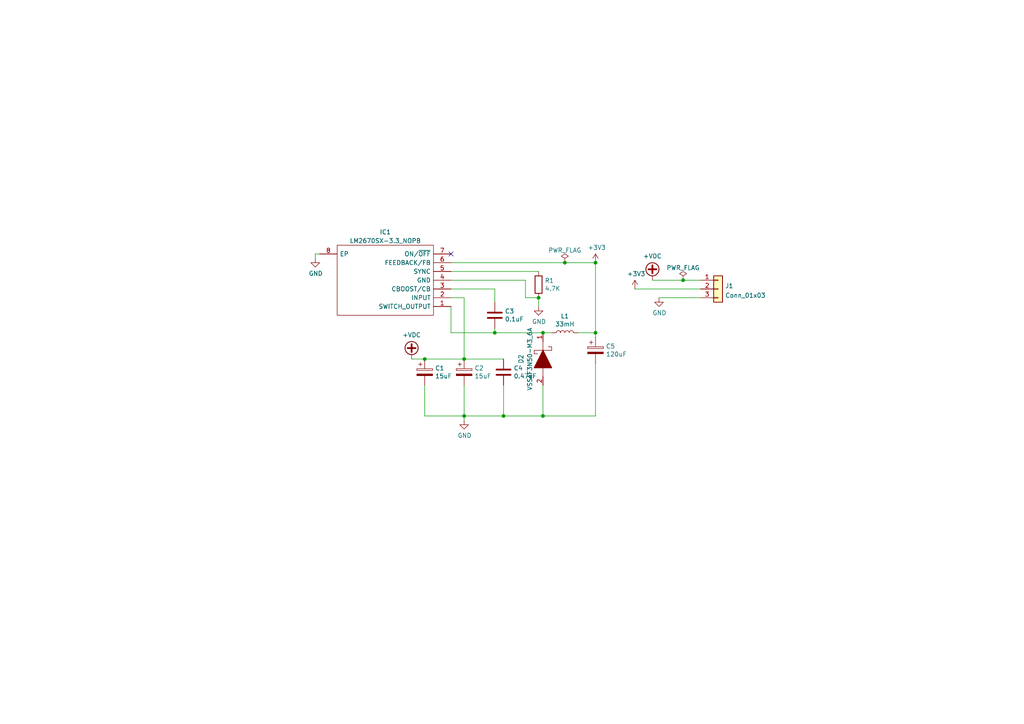
<source format=kicad_sch>
(kicad_sch (version 20230121) (generator eeschema)
  (paper "A4")
  (lib_symbols
    (symbol "Connector_Generic:Conn_01x03" (pin_names (offset 1.016) hide)
      (property "Reference" "J" (at 0 5.08 0))
      (property "Value" "Conn_01x03" (at 0 -5.08 0))
      (symbol "Conn_01x03_1_1"
        (rectangle (start -1.27 -2.413) (end 0 -2.667) (stroke (width 0.1524)))
        (rectangle (start -1.27 0.127) (end 0 -0.127) (stroke (width 0.1524)))
        (rectangle (start -1.27 2.667) (end 0 2.413) (stroke (width 0.1524)))
        (rectangle (start -1.27 3.81) (end 1.27 -3.81) (stroke (width 0.254)) (fill (type background)))
        (pin passive line (at -5.08 2.54 0) (length 3.81) (name "Pin_1") (number "1"))
        (pin passive line (at -5.08 0 0) (length 3.81) (name "Pin_2") (number "2"))
        (pin passive line (at -5.08 -2.54 0) (length 3.81) (name "Pin_3") (number "3"))
      )
    )
    (symbol "Device:C" (pin_numbers hide) (pin_names (offset 0.254))
      (property "Reference" "C" (at 0.635 2.54 0))
      (property "Value" "C" (at 0.635 -2.54 0))
      (symbol "C_0_1"
        (polyline (pts (xy -2.032 -0.762) (xy 2.032 -0.762)) (stroke (width 0.508)))
        (polyline (pts (xy -2.032 0.762) (xy 2.032 0.762)) (stroke (width 0.508)))
      )
      (symbol "C_1_1"
        (pin passive line (at 0 3.81 270) (length 2.794) (name "~") (number "1"))
        (pin passive line (at 0 -3.81 90) (length 2.794) (name "~") (number "2"))
      )
    )
    (symbol "Device:CP" (pin_numbers hide) (pin_names (offset 0.254))
      (property "Reference" "C" (at 0.635 2.54 0))
      (property "Value" "Device_CP" (at 0.635 -2.54 0))
      (symbol "CP_0_1"
        (rectangle (start -2.286 0.508) (end 2.286 1.016))
        (polyline (pts (xy -1.778 2.286) (xy -0.762 2.286)))
        (polyline (pts (xy -1.27 2.794) (xy -1.27 1.778)))
        (rectangle (start 2.286 -0.508) (end -2.286 -1.016) (fill (type outline)))
      )
      (symbol "CP_1_1"
        (pin passive line (at 0 3.81 270) (length 2.794) (name "~") (number "1"))
        (pin passive line (at 0 -3.81 90) (length 2.794) (name "~") (number "2"))
      )
    )
    (symbol "Device:L" (pin_numbers hide) (pin_names (offset 1.016) hide)
      (property "Reference" "L" (at -1.27 0 90))
      (property "Value" "L" (at 1.905 0 90))
      (symbol "L_0_1"
        (arc (start 0 -2.54) (mid 0.6323 -1.905) (end 0 -1.27))
        (arc (start 0 -1.27) (mid 0.6323 -0.635) (end 0 0))
        (arc (start 0 0) (mid 0.6323 0.635) (end 0 1.27))
        (arc (start 0 1.27) (mid 0.6323 1.905) (end 0 2.54))
      )
      (symbol "L_1_1"
        (pin passive line (at 0 3.81 270) (length 1.27) (name "1") (number "1"))
        (pin passive line (at 0 -3.81 90) (length 1.27) (name "2") (number "2"))
      )
    )
    (symbol "Device:R" (pin_numbers hide) (pin_names (offset 0))
      (property "Reference" "R" (at 2.032 0 90))
      (property "Value" "R" (at 0 0 90))
      (symbol "R_0_1"
        (rectangle (start -1.016 -2.54) (end 1.016 2.54) (stroke (width 0.254)))
      )
      (symbol "R_1_1"
        (pin passive line (at 0 3.81 270) (length 1.27) (name "~") (number "1"))
        (pin passive line (at 0 -3.81 90) (length 1.27) (name "~") (number "2"))
      )
    )
    (symbol "SamacSys_Parts:LM2670SX-3.3_NOPB" (pin_names (offset 0.762))
      (property "Reference" "IC" (at 34.29 7.62 0))
      (property "Value" "LM2670SX-3.3_NOPB" (at 34.29 5.08 0))
      (symbol "LM2670SX-3.3_NOPB_0_0"
        (pin passive line (at 38.1 -15.24 180) (length 5.08) (name "SWITCH_OUTPUT") (number "1"))
        (pin passive line (at 38.1 -12.7 180) (length 5.08) (name "INPUT") (number "2"))
        (pin passive line (at 38.1 -10.16 180) (length 5.08) (name "CBOOST/CB") (number "3"))
        (pin passive line (at 38.1 -7.62 180) (length 5.08) (name "GND") (number "4"))
        (pin passive line (at 38.1 -5.08 180) (length 5.08) (name "SYNC") (number "5"))
        (pin passive line (at 38.1 -2.54 180) (length 5.08) (name "FEEDBACK/FB") (number "6"))
        (pin passive line (at 38.1 0 180) (length 5.08) (name "ON/~{OFF}") (number "7"))
        (pin passive line (at 0 0 0) (length 5.08) (name "EP") (number "8"))
      )
      (symbol "LM2670SX-3.3_NOPB_0_1"
        (polyline (pts (xy 5.08 2.54) (xy 33.02 2.54) (xy 33.02 -17.78) (xy 5.08 -17.78) (xy 5.08 2.54)) (stroke (width 0.1524)))
      )
    )
    (symbol "SamacSys_Parts:VSSAF3N50-M3_6A" (pin_names (offset 0.762))
      (property "Reference" "D" (at 12.7 8.89 0))
      (property "Value" "VSSAF3N50-M3_6A" (at 12.7 6.35 0))
      (symbol "VSSAF3N50-M3_6A_0_0"
        (pin passive line (at 2.54 0 0) (length 2.54) (name "~") (number "1"))
        (pin passive line (at 17.78 0 180) (length 2.54) (name "~") (number "2"))
      )
      (symbol "VSSAF3N50-M3_6A_0_1"
        (polyline (pts (xy 5.08 0) (xy 7.62 0)) (stroke (width 0.1524)))
        (polyline (pts (xy 7.62 2.54) (xy 7.62 -2.54)) (stroke (width 0.1524)))
        (polyline (pts (xy 12.7 0) (xy 15.24 0)) (stroke (width 0.1524)))
        (polyline (pts (xy 7.62 -2.54) (xy 6.604 -2.54) (xy 6.604 -1.524)) (stroke (width 0.1524)))
        (polyline (pts (xy 7.62 2.54) (xy 8.636 2.54) (xy 8.636 1.524)) (stroke (width 0.1524)))
        (polyline (pts (xy 7.62 0) (xy 12.7 2.54) (xy 12.7 -2.54) (xy 7.62 0)) (stroke (width 0.254)) (fill (type outline)))
      )
    )
    (symbol "power:+3.3V" (power) (pin_names (offset 0))
      (property "Value" "+3.3V" (at 0 3.556 0))
      (symbol "+3.3V_0_1"
        (polyline (pts (xy -0.762 1.27) (xy 0 2.54)))
        (polyline (pts (xy 0 0) (xy 0 2.54)))
        (polyline (pts (xy 0 2.54) (xy 0.762 1.27)))
      )
      (symbol "+3.3V_1_1"
        (pin power_in line (at 0 0 90) (length 0) hide (name "+3V3") (number "1"))
      )
    )
    (symbol "power:+VDC" (power) (pin_names (offset 0))
      (property "Value" "+VDC" (at 0 6.35 0))
      (symbol "+VDC_0_1"
        (polyline (pts (xy -1.143 3.175) (xy 1.143 3.175)) (stroke (width 0.508)))
        (polyline (pts (xy 0 0) (xy 0 1.27)))
        (polyline (pts (xy 0 2.032) (xy 0 4.318)) (stroke (width 0.508)))
        (circle (center 0 3.175) (radius 1.905) (stroke (width 0.254)))
      )
      (symbol "+VDC_1_1"
        (pin power_in line (at 0 0 90) (length 0) hide (name "+VDC") (number "1"))
      )
    )
    (symbol "power:GND" (power) (pin_names (offset 0))
      (property "Value" "GND" (at 0 -3.81 0))
      (symbol "GND_0_1"
        (polyline (pts (xy 0 0) (xy 0 -1.27) (xy 1.27 -1.27) (xy 0 -2.54) (xy -1.27 -1.27) (xy 0 -1.27)))
      )
      (symbol "GND_1_1"
        (pin power_in line (at 0 0 270) (length 0) hide (name "GND") (number "1"))
      )
    )
    (symbol "power:PWR_FLAG" (power) (pin_numbers hide) (pin_names (offset 0) hide)
      (property "Value" "PWR_FLAG" (at 0 3.81 0))
      (symbol "PWR_FLAG_0_0"
        (pin power_out line (at 0 0 90) (length 0) (name "pwr") (number "1"))
      )
      (symbol "PWR_FLAG_0_1"
        (polyline (pts (xy 0 0) (xy 0 1.27) (xy -1.016 1.905) (xy 0 2.54) (xy 1.016 1.905) (xy 0 1.27)))
      )
    )
  )
  (junction (at 134.62 120.65))
  (junction (at 123.19 104.14))
  (junction (at 156.21 86.36))
  (junction (at 157.48 96.52))
  (junction (at 143.51 96.52))
  (junction (at 157.48 120.65))
  (junction (at 146.05 120.65))
  (junction (at 172.72 96.52))
  (junction (at 172.72 76.2))
  (junction (at 198.12 81.28))
  (junction (at 134.62 104.14))
  (junction (at 163.83 76.2))
  (no_connect (at 130.81 73.66))
  (wire (pts (xy 157.48 120.65) (xy 172.72 120.65)))
  (wire (pts (xy 156.21 88.9) (xy 156.21 86.36)))
  (wire (pts (xy 130.81 96.52) (xy 143.51 96.52)))
  (wire (pts (xy 134.62 104.14) (xy 146.05 104.14)))
  (wire (pts (xy 184.15 83.82) (xy 203.2 83.82)))
  (wire (pts (xy 163.83 76.2) (xy 172.72 76.2)))
  (wire (pts (xy 172.72 76.2) (xy 172.72 96.52)))
  (wire (pts (xy 134.62 86.36) (xy 134.62 104.14)))
  (wire (pts (xy 191.135 86.36) (xy 203.2 86.36)))
  (wire (pts (xy 198.12 81.28) (xy 203.2 81.28)))
  (wire (pts (xy 91.44 74.93) (xy 91.44 73.66)))
  (wire (pts (xy 172.72 120.65) (xy 172.72 105.41)))
  (wire (pts (xy 130.81 78.74) (xy 156.21 78.74)))
  (wire (pts (xy 157.48 120.65) (xy 157.48 111.76)))
  (wire (pts (xy 134.62 120.65) (xy 134.62 121.92)))
  (wire (pts (xy 134.62 120.65) (xy 134.62 111.76)))
  (wire (pts (xy 143.51 96.52) (xy 143.51 95.25)))
  (wire (pts (xy 157.48 96.52) (xy 160.02 96.52)))
  (wire (pts (xy 91.44 73.66) (xy 92.71 73.66)))
  (wire (pts (xy 143.51 83.82) (xy 130.81 83.82)))
  (wire (pts (xy 130.81 81.28) (xy 152.4 81.28)))
  (wire (pts (xy 130.81 76.2) (xy 163.83 76.2)))
  (wire (pts (xy 119.38 104.14) (xy 123.19 104.14)))
  (wire (pts (xy 146.05 120.65) (xy 146.05 111.76)))
  (wire (pts (xy 130.81 86.36) (xy 134.62 86.36)))
  (wire (pts (xy 172.72 96.52) (xy 167.64 96.52)))
  (wire (pts (xy 152.4 86.36) (xy 156.21 86.36)))
  (wire (pts (xy 189.23 81.28) (xy 198.12 81.28)))
  (wire (pts (xy 134.62 120.65) (xy 146.05 120.65)))
  (wire (pts (xy 123.19 111.76) (xy 123.19 120.65)))
  (wire (pts (xy 143.51 87.63) (xy 143.51 83.82)))
  (wire (pts (xy 152.4 81.28) (xy 152.4 86.36)))
  (wire (pts (xy 146.05 120.65) (xy 157.48 120.65)))
  (wire (pts (xy 123.19 104.14) (xy 134.62 104.14)))
  (wire (pts (xy 123.19 120.65) (xy 134.62 120.65)))
  (wire (pts (xy 172.72 97.79) (xy 172.72 96.52)))
  (wire (pts (xy 130.81 88.9) (xy 130.81 96.52)))
  (wire (pts (xy 143.51 96.52) (xy 157.48 96.52)))
  (symbol (lib_id "Device:C") (at 143.51 91.44 0) (unit 1)
    (property "Reference" "C3" (at 146.431 90.2716 0) (effects (justify left)))
    (property "Value" "0.1uF" (at 146.431 92.583 0) (effects (justify left)))
    (property "Footprint" "Capacitor_SMD:C_0603_1608Metric_Pad1.08x0.95mm_HandSolder" (effects hide))
  )
  (symbol (lib_id "power:PWR_FLAG") (at 163.83 76.2 0) (unit 1)
    (property "Reference" "#FLG01" (effects hide))
    (property "Value" "PWR_FLAG" (at 163.83 72.5955 0))
  )
  (symbol (lib_id "power:PWR_FLAG") (at 198.12 81.28 0) (unit 1)
    (property "Reference" "#FLG02" (effects hide))
    (property "Value" "PWR_FLAG" (at 198.12 77.6755 0))
  )
  (symbol (lib_id "SamacSys_Parts:LM2670SX-3.3_NOPB") (at 92.71 73.66 0) (unit 1)
    (property "Reference" "IC1" (at 111.76 67.31 0))
    (property "Value" "LM2670SX-3.3_NOPB" (at 111.76 69.85 0))
    (property "Footprint" "SamacSys_Parts:LM2670SX33NOPB" (effects hide))
    (property "Datasheet" "https://www.ti.com/lit/ds/symlink/lm2670.pdf?HQS=dis-mous-null-mousermode-dsf-pf-null-wwe&ts=1663903765420&ref_url=https%253A%252F%252Fwww.mouser.in%252F" (effects hide))
    (property "Description" "Switching Voltage Regulators SIMPLE SWITCHER High Efficiency 3A Step-Down Voltage Regulator with Sync 7-DDPAK/TO-263 -40 to 125" (effects hide))
    (property "Height" "4.79" (effects hide))
    (property "Mouser Part Number" "926-LM2670SX33NOPB" (effects hide))
    (property "Mouser Price/Stock" "https://www.mouser.co.uk/ProductDetail/Texas-Instruments/LM2670SX-33-NOPB?qs=X1J7HmVL2ZFMthjcXZVTwQ%3D%3D" (effects hide))
    (property "Manufacturer_Name" "Texas Instruments" (effects hide))
    (property "Manufacturer_Part_Number" "LM2670SX-3.3/NOPB" (effects hide))
  )
  (symbol (lib_id "Device:L") (at 163.83 96.52 90) (unit 1)
    (property "Reference" "L1" (at 163.83 91.694 90))
    (property "Value" "33mH" (at 163.83 94.0054 90))
    (property "Footprint" "Inductor_THT:L_Axial_L9.5mm_D4.0mm_P15.24mm_Horizontal_Fastron_SMCC" (effects hide))
  )
  (symbol (lib_id "power:GND") (at 156.21 88.9 0) (unit 1)
    (property "Reference" "#PWR07" (effects hide))
    (property "Value" "GND" (at 156.337 93.2942 0))
  )
  (symbol (lib_id "power:GND") (at 134.62 121.92 0) (unit 1)
    (property "Reference" "#PWR06" (effects hide))
    (property "Value" "GND" (at 134.747 126.3142 0))
  )
  (symbol (lib_id "Device:C") (at 146.05 107.95 0) (unit 1)
    (property "Reference" "C4" (at 148.971 106.7816 0) (effects (justify left)))
    (property "Value" "0.47uF" (at 148.971 109.093 0) (effects (justify left)))
    (property "Footprint" "Capacitor_SMD:C_0603_1608Metric_Pad1.08x0.95mm_HandSolder" (effects hide))
  )
  (symbol (lib_id "Device:CP") (at 172.72 101.6 0) (unit 1)
    (property "Reference" "C5" (at 175.7172 100.4316 0) (effects (justify left)))
    (property "Value" "120uF" (at 175.7172 102.743 0) (effects (justify left)))
    (property "Footprint" "Capacitor_THT:CP_Radial_D8.0mm_P5.00mm" (effects hide))
  )
  (symbol (lib_id "Device:CP") (at 123.19 107.95 0) (unit 1)
    (property "Reference" "C1" (at 126.1872 106.7816 0) (effects (justify left)))
    (property "Value" "15uF" (at 126.1872 109.093 0) (effects (justify left)))
    (property "Footprint" "Capacitor_THT:CP_Radial_D5.0mm_P2.50mm" (effects hide))
  )
  (symbol (lib_id "power:+3.3V") (at 172.72 76.2 0) (unit 1)
    (property "Reference" "#PWR05" (effects hide))
    (property "Value" "+3.3V" (at 173.101 71.8058 0))
  )
  (symbol (lib_id "power:+VDC") (at 189.23 81.28 0) (unit 1)
    (property "Reference" "#PWR02" (effects hide))
    (property "Value" "+VDC" (at 189.23 74.295 0))
  )
  (symbol (lib_id "power:+3.3V") (at 184.15 83.82 0) (unit 1)
    (property "Reference" "#PWR01" (effects hide))
    (property "Value" "+3.3V" (at 184.531 79.4258 0))
  )
  (symbol (lib_id "SamacSys_Parts:VSSAF3N50-M3_6A") (at 157.48 93.98 90) (mirror x) (unit 1)
    (property "Reference" "D2" (at 151.13 104.14 0))
    (property "Value" "VSSAF3N50-M3_6A" (at 153.67 104.14 0))
    (property "Footprint" "SODFL5226X100N" (effects hide))
    (property "Datasheet" "https://www.vishay.com/docs/87720/vssaf3n50.pdf" (effects hide))
    (property "Description" "Schottky Diodes & Rectifiers 3A, 50V,TRENCH SKY RECT." (effects hide))
    (property "Height" "1" (effects hide))
    (property "Mouser Part Number" "78-VSSAF3N50-M36A" (effects hide))
    (property "Mouser Price/Stock" "https://www.mouser.co.uk/ProductDetail/Vishay-General-Semiconductor/VSSAF3N50-M3-6A?qs=pzVvXTvk9PyAGQrseCalzA%3D%3D" (effects hide))
    (property "Manufacturer_Name" "Vishay" (effects hide))
    (property "Manufacturer_Part_Number" "VSSAF3N50-M3/6A" (effects hide))
  )
  (symbol (lib_id "Connector_Generic:Conn_01x03") (at 208.28 83.82 0) (unit 1)
    (property "Reference" "J1" (at 210.312 82.9115 0) (effects (justify left)))
    (property "Value" "Conn_01x03" (at 210.312 85.6866 0) (effects (justify left)))
    (property "Footprint" "Connector_PinHeader_2.54mm:PinHeader_1x03_P2.54mm_Vertical" (effects hide))
  )
  (symbol (lib_id "Device:CP") (at 134.62 107.95 0) (unit 1)
    (property "Reference" "C2" (at 137.6172 106.7816 0) (effects (justify left)))
    (property "Value" "15uF" (at 137.6172 109.093 0) (effects (justify left)))
    (property "Footprint" "Capacitor_THT:CP_Radial_D5.0mm_P2.50mm" (effects hide))
  )
  (symbol (lib_id "power:GND") (at 91.44 74.93 0) (unit 1)
    (property "Reference" "#PWR04" (effects hide))
    (property "Value" "GND" (at 91.567 79.3242 0))
  )
  (symbol (lib_id "power:+VDC") (at 119.38 104.14 0) (unit 1)
    (property "Reference" "#PWR09" (effects hide))
    (property "Value" "+VDC" (at 119.38 97.155 0))
  )
  (symbol (lib_id "power:GND") (at 191.135 86.36 0) (unit 1)
    (property "Reference" "#PWR03" (effects hide))
    (property "Value" "GND" (at 191.262 90.7542 0))
  )
  (symbol (lib_id "Device:R") (at 156.21 82.55 0) (unit 1)
    (property "Reference" "R1" (at 157.988 81.3816 0) (effects (justify left)))
    (property "Value" "4.7K" (at 157.988 83.693 0) (effects (justify left)))
    (property "Footprint" "Resistor_SMD:R_0612_1632Metric_Pad1.18x3.40mm_HandSolder" (effects hide))
  )
)
</source>
